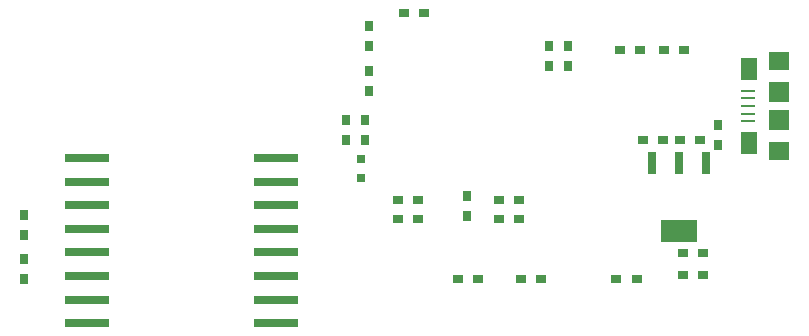
<source format=gbr>
%TF.GenerationSoftware,Novarm,DipTrace,3.3.0.1*%
%TF.CreationDate,2018-11-14T10:18:31-08:00*%
%FSLAX26Y26*%
%MOIN*%
%TF.FileFunction,Paste,Top*%
%TF.Part,Single*%
%ADD55R,0.1496X0.03149*%
%ADD57R,0.068892X0.068892*%
%ADD59R,0.068892X0.064955*%
%ADD61R,0.057081X0.076766*%
%ADD63R,0.047238X0.009837*%
%ADD65R,0.003931X0.039364*%
%ADD67R,0.039364X0.003931*%
%ADD69R,0.120073X0.076766*%
%ADD71R,0.029522X0.076766*%
%ADD75R,0.03149X0.029522*%
%ADD85R,0.03149X0.035427*%
%ADD87R,0.035427X0.03149*%
G75*
G01*
%LPD*%
D87*
X1997939Y1618218D3*
X2064868D3*
X2918700Y1193700D3*
X2985629D3*
X2793700D3*
X2860629D3*
D85*
X2481200Y1506200D3*
Y1439271D3*
X2543700Y1506200D3*
Y1439271D3*
X1881200Y1506200D3*
Y1573129D3*
Y1356200D3*
Y1423129D3*
X1806200Y1193700D3*
Y1260629D3*
X1868700Y1193700D3*
Y1260629D3*
D87*
X2043700Y993700D3*
X1976771D3*
X2381200Y931200D3*
X2314271D3*
D85*
X2209067Y1006191D3*
Y939262D3*
D87*
X2043700Y931200D3*
X1976771D3*
X2381200Y993700D3*
X2314271D3*
D85*
X731200Y731200D3*
Y798129D3*
Y943700D3*
Y876771D3*
D87*
X2931200Y1493700D3*
X2864271D3*
D85*
X3043700Y1243700D3*
Y1176771D3*
D75*
X1856200Y1068700D3*
Y1131692D3*
D87*
X2243700Y731200D3*
X2176771D3*
X2718700Y1493700D3*
X2785629D3*
X2456200Y731200D3*
X2389271D3*
X2706200D3*
X2773129D3*
X2993700Y743700D3*
X2926771D3*
X2993700Y818700D3*
X2926771D3*
D71*
X3006200Y1118700D3*
X2915649D3*
X2825098D3*
D69*
X2915649Y890354D3*
D67*
X1943700Y1456200D3*
Y1436515D3*
Y1416830D3*
Y1397145D3*
Y1377460D3*
Y1357775D3*
Y1338090D3*
Y1318405D3*
Y1298720D3*
Y1279035D3*
Y1259350D3*
Y1239665D3*
Y1219980D3*
Y1200294D3*
Y1180609D3*
Y1160924D3*
D65*
X2022440Y1082184D3*
X2042125D3*
X2061810D3*
X2081495D3*
X2101180D3*
X2120865D3*
X2140550D3*
X2160235D3*
X2179920D3*
X2199606D3*
X2219291D3*
X2238976D3*
X2258661D3*
X2278346D3*
X2298031D3*
X2317716D3*
D67*
X2396456Y1160924D3*
Y1180609D3*
Y1200294D3*
Y1219980D3*
Y1239665D3*
Y1259350D3*
Y1279035D3*
Y1298720D3*
Y1318405D3*
Y1338090D3*
Y1357775D3*
Y1377460D3*
Y1397145D3*
Y1416830D3*
Y1436515D3*
Y1456200D3*
D65*
X2317716Y1534940D3*
X2298031D3*
X2278346D3*
X2258661D3*
X2238976D3*
X2219291D3*
X2199606D3*
X2179920D3*
X2160235D3*
X2140550D3*
X2120865D3*
X2101180D3*
X2081495D3*
X2061810D3*
X2042125D3*
X2022440D3*
D63*
X3143700Y1256200D3*
Y1281791D3*
Y1307381D3*
Y1332972D3*
Y1358562D3*
D61*
X3148621Y1429428D3*
Y1185334D3*
D59*
X3249015Y1456987D3*
Y1157775D3*
D57*
Y1354625D3*
Y1260137D3*
D55*
X1571751Y583070D3*
Y661810D3*
Y740550D3*
Y819291D3*
Y898031D3*
Y976771D3*
Y1055511D3*
Y1134251D3*
X941830D3*
Y1055511D3*
Y976771D3*
Y898031D3*
Y819291D3*
Y740550D3*
Y661810D3*
Y583070D3*
M02*

</source>
